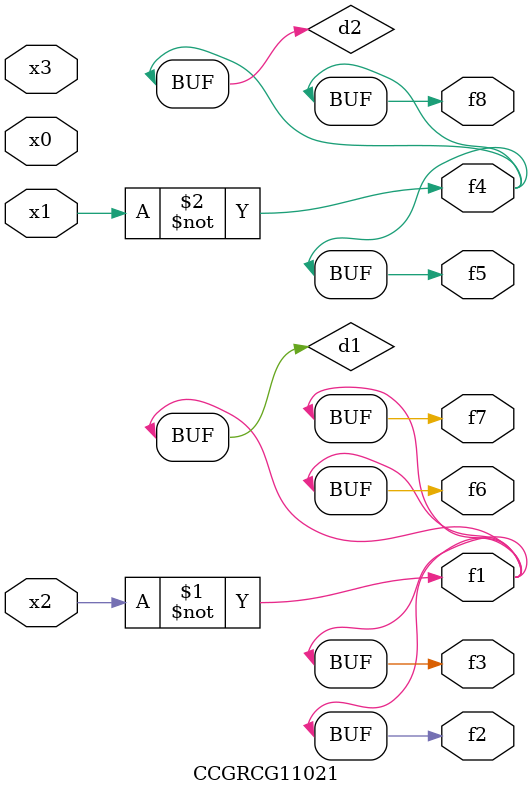
<source format=v>
module CCGRCG11021(
	input x0, x1, x2, x3,
	output f1, f2, f3, f4, f5, f6, f7, f8
);

	wire d1, d2;

	xnor (d1, x2);
	not (d2, x1);
	assign f1 = d1;
	assign f2 = d1;
	assign f3 = d1;
	assign f4 = d2;
	assign f5 = d2;
	assign f6 = d1;
	assign f7 = d1;
	assign f8 = d2;
endmodule

</source>
